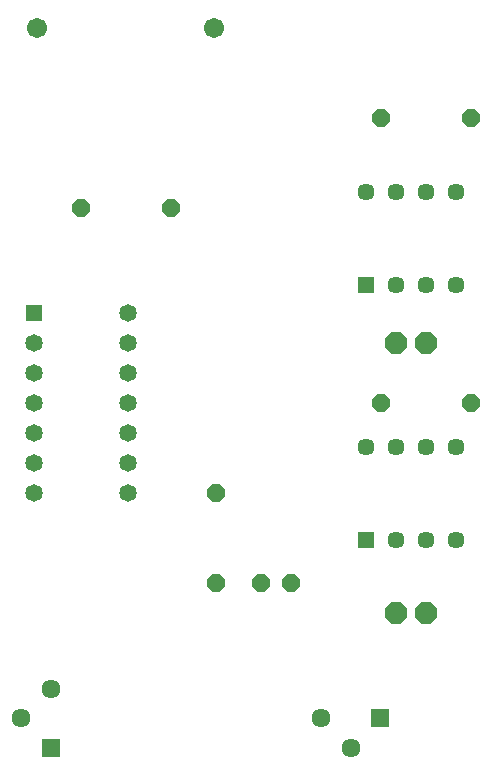
<source format=gbr>
G04 EAGLE Gerber RS-274X export*
G75*
%MOMM*%
%FSLAX34Y34*%
%LPD*%
%INSoldermask Bottom*%
%IPPOS*%
%AMOC8*
5,1,8,0,0,1.08239X$1,22.5*%
G01*
%ADD10P,1.951982X8X22.500000*%
%ADD11P,1.649562X8X202.500000*%
%ADD12C,1.711200*%
%ADD13P,1.649562X8X112.500000*%
%ADD14P,1.649562X8X22.500000*%
%ADD15R,1.611200X1.611200*%
%ADD16C,1.611200*%
%ADD17R,1.481200X1.481200*%
%ADD18C,1.481200*%
%ADD19R,1.451200X1.451200*%
%ADD20C,1.451200*%


D10*
X368300Y165100D03*
X393700Y165100D03*
X368300Y393700D03*
X393700Y393700D03*
D11*
X279400Y190500D03*
X254000Y190500D03*
D12*
X64700Y660400D03*
X214700Y660400D03*
D13*
X215900Y190500D03*
X215900Y266700D03*
D14*
X355600Y342900D03*
X431800Y342900D03*
D11*
X431800Y584200D03*
X355600Y584200D03*
X177800Y508000D03*
X101600Y508000D03*
D15*
X76200Y51200D03*
D16*
X51200Y76200D03*
X76200Y101200D03*
D15*
X355200Y76200D03*
D16*
X330200Y51200D03*
X305200Y76200D03*
D17*
X61900Y419100D03*
D18*
X61900Y393700D03*
X61900Y368300D03*
X61900Y342900D03*
X61900Y317500D03*
X61900Y292100D03*
X61900Y266700D03*
X141300Y266700D03*
X141300Y292100D03*
X141300Y317500D03*
X141300Y342900D03*
X141300Y368300D03*
X141300Y393700D03*
X141300Y419100D03*
D19*
X342900Y442900D03*
D20*
X368300Y442900D03*
X393700Y442900D03*
X419100Y442900D03*
X419100Y522300D03*
X393700Y522300D03*
X368300Y522300D03*
X342900Y522300D03*
D19*
X342900Y227000D03*
D20*
X368300Y227000D03*
X393700Y227000D03*
X419100Y227000D03*
X419100Y306400D03*
X393700Y306400D03*
X368300Y306400D03*
X342900Y306400D03*
M02*

</source>
